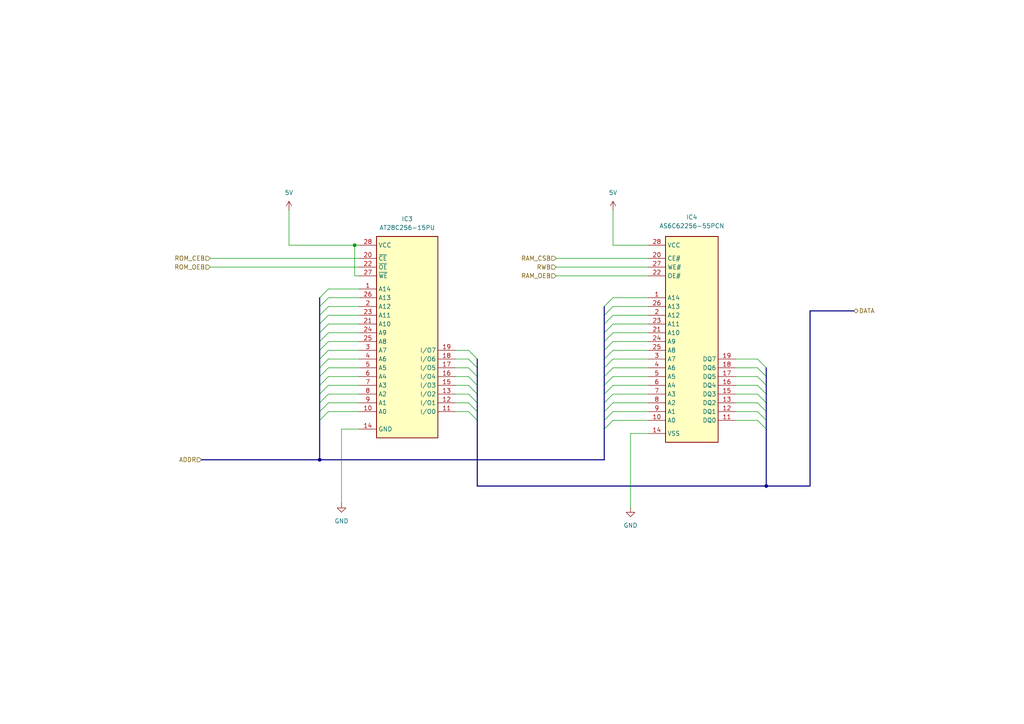
<source format=kicad_sch>
(kicad_sch (version 20231120) (generator "eeschema") (generator_version "8.0")
  (paper "A4")
  (title_block (title "65C02 Single Board Computer") (rev "Mk. 0"))
  (lib_symbols
    (symbol "6502-sbc:AS6C62256-55PCN"
      (property "Reference" "IC4" (at 0 33.528 0))
      (property "Value" "AS6C62256-55PCN" (at 0 30.988 0))
      (symbol "AS6C62256-55PCN_1_1"
        (rectangle (start -7.62 27.94) (end 7.62 -31.75) (stroke (width 0.254)) (fill (type background)))
        (pin input line (at -12.7 10.16 0) (length 5.08) (name "A14") (number "1"))
        (pin input line (at -12.7 -25.4 0) (length 5.08) (name "A0") (number "10"))
        (pin bidirectional line (at 12.7 -25.4 180) (length 5.08) (name "DQ0") (number "11"))
        (pin bidirectional line (at 12.7 -22.86 180) (length 5.08) (name "DQ1") (number "12"))
        (pin bidirectional line (at 12.7 -20.32 180) (length 5.08) (name "DQ2") (number "13"))
        (pin power_in line (at -12.7 -29.21 0) (length 5.08) (name "VSS") (number "14"))
        (pin bidirectional line (at 12.7 -17.78 180) (length 5.08) (name "DQ3") (number "15"))
        (pin bidirectional line (at 12.7 -15.24 180) (length 5.08) (name "DQ4") (number "16"))
        (pin bidirectional line (at 12.7 -12.7 180) (length 5.08) (name "DQ5") (number "17"))
        (pin bidirectional line (at 12.7 -10.16 180) (length 5.08) (name "DQ6") (number "18"))
        (pin bidirectional line (at 12.7 -7.62 180) (length 5.08) (name "DQ7") (number "19"))
        (pin input line (at -12.7 5.08 0) (length 5.08) (name "A12") (number "2"))
        (pin input line (at -12.7 21.59 0) (length 5.08) (name "CE#") (number "20"))
        (pin input line (at -12.7 0 0) (length 5.08) (name "A10") (number "21"))
        (pin input line (at -12.7 16.51 0) (length 5.08) (name "OE#") (number "22"))
        (pin input line (at -12.7 2.54 0) (length 5.08) (name "A11") (number "23"))
        (pin input line (at -12.7 -2.54 0) (length 5.08) (name "A9") (number "24"))
        (pin input line (at -12.7 -5.08 0) (length 5.08) (name "A8") (number "25"))
        (pin input line (at -12.7 7.62 0) (length 5.08) (name "A13") (number "26"))
        (pin input line (at -12.7 19.05 0) (length 5.08) (name "WE#") (number "27"))
        (pin power_in line (at -12.7 25.4 0) (length 5.08) (name "VCC") (number "28"))
        (pin input line (at -12.7 -7.62 0) (length 5.08) (name "A7") (number "3"))
        (pin input line (at -12.7 -10.16 0) (length 5.08) (name "A6") (number "4"))
        (pin input line (at -12.7 -12.7 0) (length 5.08) (name "A5") (number "5"))
        (pin input line (at -12.7 -15.24 0) (length 5.08) (name "A4") (number "6"))
        (pin input line (at -12.7 -17.78 0) (length 5.08) (name "A3") (number "7"))
        (pin input line (at -12.7 -20.32 0) (length 5.08) (name "A2") (number "8"))
        (pin input line (at -12.7 -22.86 0) (length 5.08) (name "A1") (number "9"))
      )
    )
    (symbol "6502-sbc:AT28C256-15PU"
      (property "Reference" "IC3" (at 0 30.48 0))
      (property "Value" "AT28C256-15PU" (at 0 27.94 0))
      (symbol "AT28C256-15PU_1_1"
        (rectangle (start -8.89 25.4) (end 8.89 -33.02) (stroke (width 0.254)) (fill (type background)))
        (pin input line (at -13.97 10.16 0) (length 5.08) (name "A14") (number "1"))
        (pin input line (at -13.97 -25.4 0) (length 5.08) (name "A0") (number "10"))
        (pin passive line (at 13.97 -25.4 180) (length 5.08) (name "I/O0") (number "11"))
        (pin passive line (at 13.97 -22.86 180) (length 5.08) (name "I/O1") (number "12"))
        (pin passive line (at 13.97 -20.32 180) (length 5.08) (name "I/O2") (number "13"))
        (pin passive line (at -13.97 -30.48 0) (length 5.08) (name "GND") (number "14"))
        (pin passive line (at 13.97 -17.78 180) (length 5.08) (name "I/O3") (number "15"))
        (pin passive line (at 13.97 -15.24 180) (length 5.08) (name "I/O4") (number "16"))
        (pin passive line (at 13.97 -12.7 180) (length 5.08) (name "I/O5") (number "17"))
        (pin passive line (at 13.97 -10.16 180) (length 5.08) (name "I/O6") (number "18"))
        (pin passive line (at 13.97 -7.62 180) (length 5.08) (name "I/O7") (number "19"))
        (pin input line (at -13.97 5.08 0) (length 5.08) (name "A12") (number "2"))
        (pin input line (at -13.97 19.05 0) (length 5.08) (name "~{CE}") (number "20"))
        (pin input line (at -13.97 0 0) (length 5.08) (name "A10") (number "21"))
        (pin input line (at -13.97 16.51 0) (length 5.08) (name "~{OE}") (number "22"))
        (pin input line (at -13.97 2.54 0) (length 5.08) (name "A11") (number "23"))
        (pin input line (at -13.97 -2.54 0) (length 5.08) (name "A9") (number "24"))
        (pin input line (at -13.97 -5.08 0) (length 5.08) (name "A8") (number "25"))
        (pin input line (at -13.97 7.62 0) (length 5.08) (name "A13") (number "26"))
        (pin passive line (at -13.97 13.97 0) (length 5.08) (name "~{WE}") (number "27"))
        (pin passive line (at -13.97 22.86 0) (length 5.08) (name "VCC") (number "28"))
        (pin input line (at -13.97 -7.62 0) (length 5.08) (name "A7") (number "3"))
        (pin input line (at -13.97 -10.16 0) (length 5.08) (name "A6") (number "4"))
        (pin input line (at -13.97 -12.7 0) (length 5.08) (name "A5") (number "5"))
        (pin input line (at -13.97 -15.24 0) (length 5.08) (name "A4") (number "6"))
        (pin input line (at -13.97 -17.78 0) (length 5.08) (name "A3") (number "7"))
        (pin input line (at -13.97 -20.32 0) (length 5.08) (name "A2") (number "8"))
        (pin input line (at -13.97 -22.86 0) (length 5.08) (name "A1") (number "9"))
      )
    )
    (symbol "power:GND" (power) (pin_numbers hide) (pin_names (offset 0) hide)
      (property "Value" "GND" (at 0 -3.81 0))
      (symbol "GND_0_1"
        (polyline (pts (xy 0 0) (xy 0 -1.27) (xy 1.27 -1.27) (xy 0 -2.54) (xy -1.27 -1.27) (xy 0 -1.27)))
      )
      (symbol "GND_1_1"
        (pin power_in line (at 0 0 270) (length 0) (name "~") (number "1"))
      )
    )
    (symbol "power:VDC" (power) (pin_numbers hide) (pin_names (offset 0) hide)
      (property "Value" "VDC" (at 0 3.556 0))
      (symbol "VDC_0_1"
        (polyline (pts (xy -0.762 1.27) (xy 0 2.54)))
        (polyline (pts (xy 0 0) (xy 0 2.54)))
        (polyline (pts (xy 0 2.54) (xy 0.762 1.27)))
      )
      (symbol "VDC_1_1"
        (pin power_in line (at 0 0 90) (length 0) (name "~") (number "1"))
      )
    )
  )
  (junction (at 102.87 71.12))
  (junction (at 222.25 140.97))
  (junction (at 92.71 133.35))
  (bus_entry (at 92.71 93.98) (size 2.54 -2.54))
  (bus_entry (at 177.8 93.98) (size -2.54 2.54))
  (bus_entry (at 135.89 116.84) (size 2.54 2.54))
  (bus_entry (at 92.71 106.68) (size 2.54 -2.54))
  (bus_entry (at 135.89 106.68) (size 2.54 2.54))
  (bus_entry (at 135.89 109.22) (size 2.54 2.54))
  (bus_entry (at 177.8 111.76) (size -2.54 2.54))
  (bus_entry (at 177.8 101.6) (size -2.54 2.54))
  (bus_entry (at 135.89 104.14) (size 2.54 2.54))
  (bus_entry (at 177.8 119.38) (size -2.54 2.54))
  (bus_entry (at 219.71 111.76) (size 2.54 2.54))
  (bus_entry (at 177.8 96.52) (size -2.54 2.54))
  (bus_entry (at 177.8 88.9) (size -2.54 2.54))
  (bus_entry (at 219.71 109.22) (size 2.54 2.54))
  (bus_entry (at 92.71 101.6) (size 2.54 -2.54))
  (bus_entry (at 92.71 121.92) (size 2.54 -2.54))
  (bus_entry (at 135.89 111.76) (size 2.54 2.54))
  (bus_entry (at 135.89 119.38) (size 2.54 2.54))
  (bus_entry (at 92.71 111.76) (size 2.54 -2.54))
  (bus_entry (at 177.8 116.84) (size -2.54 2.54))
  (bus_entry (at 219.71 121.92) (size 2.54 2.54))
  (bus_entry (at 92.71 88.9) (size 2.54 -2.54))
  (bus_entry (at 92.71 99.06) (size 2.54 -2.54))
  (bus_entry (at 92.71 119.38) (size 2.54 -2.54))
  (bus_entry (at 177.8 121.92) (size -2.54 2.54))
  (bus_entry (at 177.8 106.68) (size -2.54 2.54))
  (bus_entry (at 219.71 114.3) (size 2.54 2.54))
  (bus_entry (at 177.8 109.22) (size -2.54 2.54))
  (bus_entry (at 92.71 96.52) (size 2.54 -2.54))
  (bus_entry (at 92.71 86.36) (size 2.54 -2.54))
  (bus_entry (at 219.71 119.38) (size 2.54 2.54))
  (bus_entry (at 177.8 104.14) (size -2.54 2.54))
  (bus_entry (at 219.71 106.68) (size 2.54 2.54))
  (bus_entry (at 135.89 114.3) (size 2.54 2.54))
  (bus_entry (at 92.71 104.14) (size 2.54 -2.54))
  (bus_entry (at 135.89 101.6) (size 2.54 2.54))
  (bus_entry (at 92.71 91.44) (size 2.54 -2.54))
  (bus_entry (at 92.71 114.3) (size 2.54 -2.54))
  (bus_entry (at 92.71 109.22) (size 2.54 -2.54))
  (bus_entry (at 219.71 116.84) (size 2.54 2.54))
  (bus_entry (at 177.8 114.3) (size -2.54 2.54))
  (bus_entry (at 177.8 99.06) (size -2.54 2.54))
  (bus_entry (at 92.71 116.84) (size 2.54 -2.54))
  (bus_entry (at 177.8 86.36) (size -2.54 2.54))
  (bus_entry (at 219.71 104.14) (size 2.54 2.54))
  (bus_entry (at 177.8 91.44) (size -2.54 2.54))
  (bus (pts (xy 175.26 106.68) (xy 175.26 109.22)))
  (wire (pts (xy 177.8 114.3) (xy 187.96 114.3)))
  (wire (pts (xy 99.06 124.46) (xy 104.14 124.46)))
  (bus (pts (xy 175.26 101.6) (xy 175.26 104.14)))
  (wire (pts (xy 187.96 125.73) (xy 182.88 125.73)))
  (wire (pts (xy 161.29 74.93) (xy 187.96 74.93)))
  (wire (pts (xy 177.8 106.68) (xy 187.96 106.68)))
  (bus (pts (xy 138.43 109.22) (xy 138.43 111.76)))
  (bus (pts (xy 138.43 104.14) (xy 138.43 106.68)))
  (bus (pts (xy 92.71 114.3) (xy 92.71 116.84)))
  (bus (pts (xy 222.25 124.46) (xy 222.25 140.97)))
  (bus (pts (xy 92.71 93.98) (xy 92.71 96.52)))
  (wire (pts (xy 177.8 111.76) (xy 187.96 111.76)))
  (wire (pts (xy 177.8 121.92) (xy 187.96 121.92)))
  (wire (pts (xy 102.87 71.12) (xy 104.14 71.12)))
  (wire (pts (xy 132.08 114.3) (xy 135.89 114.3)))
  (wire (pts (xy 95.25 99.06) (xy 104.14 99.06)))
  (wire (pts (xy 213.36 119.38) (xy 219.71 119.38)))
  (bus (pts (xy 92.71 116.84) (xy 92.71 119.38)))
  (wire (pts (xy 132.08 116.84) (xy 135.89 116.84)))
  (wire (pts (xy 213.36 121.92) (xy 219.71 121.92)))
  (wire (pts (xy 187.96 71.12) (xy 177.8 71.12)))
  (bus (pts (xy 222.25 111.76) (xy 222.25 114.3)))
  (wire (pts (xy 95.25 111.76) (xy 104.14 111.76)))
  (bus (pts (xy 222.25 121.92) (xy 222.25 124.46)))
  (wire (pts (xy 213.36 104.14) (xy 219.71 104.14)))
  (bus (pts (xy 175.26 96.52) (xy 175.26 99.06)))
  (bus (pts (xy 92.71 96.52) (xy 92.71 99.06)))
  (bus (pts (xy 92.71 109.22) (xy 92.71 111.76)))
  (bus (pts (xy 175.26 116.84) (xy 175.26 119.38)))
  (wire (pts (xy 95.25 88.9) (xy 104.14 88.9)))
  (wire (pts (xy 60.96 77.47) (xy 104.14 77.47)))
  (bus (pts (xy 92.71 119.38) (xy 92.71 121.92)))
  (bus (pts (xy 222.25 114.3) (xy 222.25 116.84)))
  (wire (pts (xy 177.8 104.14) (xy 187.96 104.14)))
  (bus (pts (xy 138.43 114.3) (xy 138.43 116.84)))
  (wire (pts (xy 182.88 125.73) (xy 182.88 147.32)))
  (wire (pts (xy 132.08 104.14) (xy 135.89 104.14)))
  (bus (pts (xy 138.43 140.97) (xy 222.25 140.97)))
  (bus (pts (xy 222.25 116.84) (xy 222.25 119.38)))
  (bus (pts (xy 222.25 140.97) (xy 234.95 140.97)))
  (bus (pts (xy 175.26 93.98) (xy 175.26 96.52)))
  (wire (pts (xy 95.25 91.44) (xy 104.14 91.44)))
  (wire (pts (xy 177.8 119.38) (xy 187.96 119.38)))
  (bus (pts (xy 92.71 104.14) (xy 92.71 106.68)))
  (bus (pts (xy 175.26 124.46) (xy 175.26 133.35)))
  (wire (pts (xy 132.08 101.6) (xy 135.89 101.6)))
  (wire (pts (xy 95.25 96.52) (xy 104.14 96.52)))
  (wire (pts (xy 177.8 93.98) (xy 187.96 93.98)))
  (bus (pts (xy 92.71 133.35) (xy 175.26 133.35)))
  (wire (pts (xy 132.08 111.76) (xy 135.89 111.76)))
  (wire (pts (xy 213.36 109.22) (xy 219.71 109.22)))
  (bus (pts (xy 222.25 106.68) (xy 222.25 109.22)))
  (bus (pts (xy 92.71 111.76) (xy 92.71 114.3)))
  (wire (pts (xy 95.25 86.36) (xy 104.14 86.36)))
  (bus (pts (xy 234.95 140.97) (xy 234.95 90.17)))
  (bus (pts (xy 138.43 111.76) (xy 138.43 114.3)))
  (bus (pts (xy 175.26 88.9) (xy 175.26 91.44)))
  (bus (pts (xy 92.71 106.68) (xy 92.71 109.22)))
  (bus (pts (xy 92.71 91.44) (xy 92.71 93.98)))
  (wire (pts (xy 213.36 116.84) (xy 219.71 116.84)))
  (wire (pts (xy 95.25 109.22) (xy 104.14 109.22)))
  (bus (pts (xy 175.26 99.06) (xy 175.26 101.6)))
  (bus (pts (xy 138.43 116.84) (xy 138.43 119.38)))
  (bus (pts (xy 92.71 99.06) (xy 92.71 101.6)))
  (wire (pts (xy 95.25 116.84) (xy 104.14 116.84)))
  (wire (pts (xy 95.25 106.68) (xy 104.14 106.68)))
  (wire (pts (xy 177.8 99.06) (xy 187.96 99.06)))
  (bus (pts (xy 175.26 111.76) (xy 175.26 114.3)))
  (bus (pts (xy 175.26 121.92) (xy 175.26 124.46)))
  (wire (pts (xy 213.36 111.76) (xy 219.71 111.76)))
  (bus (pts (xy 175.26 114.3) (xy 175.26 116.84)))
  (bus (pts (xy 175.26 109.22) (xy 175.26 111.76)))
  (wire (pts (xy 177.8 88.9) (xy 187.96 88.9)))
  (wire (pts (xy 213.36 114.3) (xy 219.71 114.3)))
  (bus (pts (xy 58.42 133.35) (xy 92.71 133.35)))
  (wire (pts (xy 83.82 71.12) (xy 102.87 71.12)))
  (bus (pts (xy 138.43 121.92) (xy 138.43 140.97)))
  (wire (pts (xy 95.25 83.82) (xy 104.14 83.82)))
  (bus (pts (xy 138.43 119.38) (xy 138.43 121.92)))
  (wire (pts (xy 60.96 74.93) (xy 104.14 74.93)))
  (wire (pts (xy 99.06 124.46) (xy 99.06 146.05)))
  (wire (pts (xy 95.25 104.14) (xy 104.14 104.14)))
  (bus (pts (xy 234.95 90.17) (xy 247.65 90.17)))
  (bus (pts (xy 138.43 106.68) (xy 138.43 109.22)))
  (bus (pts (xy 92.71 101.6) (xy 92.71 104.14)))
  (wire (pts (xy 177.8 109.22) (xy 187.96 109.22)))
  (wire (pts (xy 177.8 91.44) (xy 187.96 91.44)))
  (wire (pts (xy 177.8 101.6) (xy 187.96 101.6)))
  (wire (pts (xy 177.8 116.84) (xy 187.96 116.84)))
  (bus (pts (xy 92.71 121.92) (xy 92.71 133.35)))
  (wire (pts (xy 213.36 106.68) (xy 219.71 106.68)))
  (bus (pts (xy 222.25 109.22) (xy 222.25 111.76)))
  (bus (pts (xy 222.25 119.38) (xy 222.25 121.92)))
  (bus (pts (xy 92.71 88.9) (xy 92.71 91.44)))
  (wire (pts (xy 161.29 80.01) (xy 187.96 80.01)))
  (wire (pts (xy 177.8 96.52) (xy 187.96 96.52)))
  (wire (pts (xy 161.29 77.47) (xy 187.96 77.47)))
  (wire (pts (xy 95.25 93.98) (xy 104.14 93.98)))
  (wire (pts (xy 95.25 114.3) (xy 104.14 114.3)))
  (wire (pts (xy 95.25 119.38) (xy 104.14 119.38)))
  (wire (pts (xy 104.14 80.01) (xy 102.87 80.01)))
  (wire (pts (xy 132.08 109.22) (xy 135.89 109.22)))
  (wire (pts (xy 95.25 101.6) (xy 104.14 101.6)))
  (wire (pts (xy 177.8 71.12) (xy 177.8 60.96)))
  (bus (pts (xy 175.26 91.44) (xy 175.26 93.98)))
  (bus (pts (xy 92.71 86.36) (xy 92.71 88.9)))
  (bus (pts (xy 175.26 119.38) (xy 175.26 121.92)))
  (wire (pts (xy 132.08 106.68) (xy 135.89 106.68)))
  (wire (pts (xy 132.08 119.38) (xy 135.89 119.38)))
  (bus (pts (xy 175.26 104.14) (xy 175.26 106.68)))
  (wire (pts (xy 102.87 80.01) (xy 102.87 71.12)))
  (wire (pts (xy 83.82 60.96) (xy 83.82 71.12)))
  (wire (pts (xy 177.8 86.36) (xy 187.96 86.36)))
  (hierarchical_label "ROM_CEB" (shape input) (at 60.96 74.93 180))
  (hierarchical_label "RAM_CSB" (shape input) (at 161.29 74.93 180))
  (hierarchical_label "ADDR" (shape input) (at 58.42 133.35 180))
  (hierarchical_label "RAM_OEB" (shape input) (at 161.29 80.01 180))
  (hierarchical_label "ROM_OEB" (shape input) (at 60.96 77.47 180))
  (hierarchical_label "DATA" (shape bidirectional) (at 247.65 90.17 0))
  (hierarchical_label "RWB" (shape input) (at 161.29 77.47 180))
  (symbol (lib_id "power:GND") (at 99.06 146.05 0) (unit 1)
    (property "Reference" "#PWR09" (effects (hide yes)))
    (property "Value" "GND" (at 99.06 151.13 0))
    (property "Description" "Power symbol creates a global label with name \"GND\" , ground" (effects (hide yes)))
  )
  (symbol (lib_id "power:VDC") (at 177.8 60.96 0) (unit 1)
    (property "Reference" "#PWR010" (effects (hide yes)))
    (property "Value" "5V" (at 177.8 55.88 0))
    (property "Description" "Power symbol creates a global label with name \"VDC\"" (effects (hide yes)))
  )
  (symbol (lib_id "6502-sbc:AT28C256-15PU") (at 118.11 93.98 0) (unit 1)
    (property "Reference" "IC3" (at 118.11 63.5 0))
    (property "Value" "AT28C256-15PU" (at 118.11 66.04 0))
    (property "Footprint" "DIP1556W56P254L3702H483Q28N" (effects (hide yes)))
    (property "Datasheet" "https://datasheet.datasheetarchive.com/originals/distributors/Datasheets_SAMA/be04b370080426d5302cc6e9af625c07.pdf" (effects (hide yes)))
    (property "Description" "AT28C256-15PU, Parallel EEPROM Memory 256kbit, Parallel, 150ns 4.5  5.5 V, 28-Pin PDIP" (effects (hide yes)))
    (property "Height" "4.826" (effects (hide yes)))
    (property "Mouser Part Number" "556-AT28C25615PU" (effects (hide yes)))
    (property "Mouser Price/Stock" "https://www.mouser.co.uk/ProductDetail/Microchip-Technology/AT28C256-15PU?qs=MAR%2F2X5XOp7eAU2%2FlNw9oA%3D%3D" (effects (hide yes)))
    (property "Manufacturer_Name" "Microchip" (effects (hide yes)))
    (property "Manufacturer_Part_Number" "AT28C256-15PU" (effects (hide yes)))
  )
  (symbol (lib_id "power:VDC") (at 83.82 60.96 0) (unit 1)
    (property "Reference" "#PWR08" (effects (hide yes)))
    (property "Value" "5V" (at 83.82 55.88 0))
    (property "Description" "Power symbol creates a global label with name \"VDC\"" (effects (hide yes)))
  )
  (symbol (lib_id "power:GND") (at 182.88 147.32 0) (unit 1)
    (property "Reference" "#PWR011" (effects (hide yes)))
    (property "Value" "GND" (at 182.88 152.4 0))
    (property "Description" "Power symbol creates a global label with name \"GND\" , ground" (effects (hide yes)))
  )
  (symbol (lib_id "6502-sbc:AS6C62256-55PCN") (at 200.66 96.52 0) (unit 1)
    (property "Reference" "IC4" (at 200.66 62.992 0))
    (property "Value" "AS6C62256-55PCN" (at 200.66 65.532 0))
    (property "Footprint" "DIP1587W140P254L3632H381Q28N" (effects (hide yes)))
    (property "Datasheet" "https://componentsearchengine.com/Datasheets/1/AS6C62256-55PCN.pdf" (effects (hide yes)))
    (property "Description" "Alliance Memory AS6C62256-55PCN SRAM Memory, 256kbit, 2.7  5.5 V, 55ns 28-Pin PDIP" (effects (hide yes)))
    (property "Height" "3.81" (effects (hide yes)))
    (property "Mouser Part Number" "913-AS6C62256-55PCN" (effects (hide yes)))
    (property "Mouser Price/Stock" "https://www.mouser.co.uk/ProductDetail/Alliance-Memory/AS6C62256-55PCN?qs=LD2UibpCYJqgbIupMJnGTQ%3D%3D" (effects (hide yes)))
    (property "Manufacturer_Name" "Alliance Memory" (effects (hide yes)))
    (property "Manufacturer_Part_Number" "AS6C62256-55PCN" (effects (hide yes)))
  )
)
</source>
